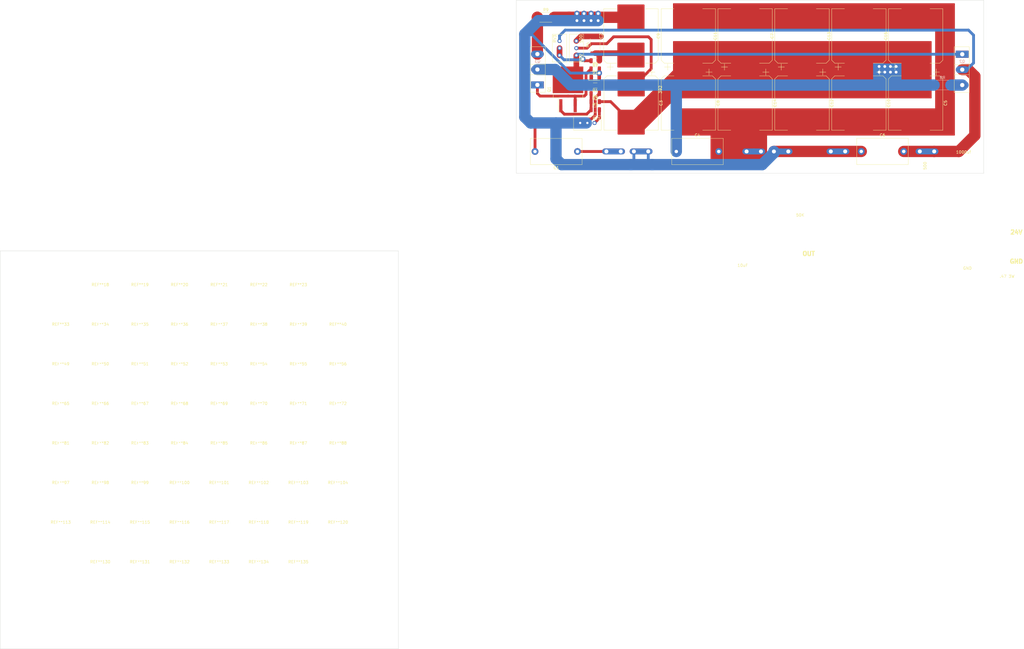
<source format=kicad_pcb>
(kicad_pcb (version 20211014) (generator pcbnew)
  (layers (0 "F.Cu" signal) (31 "B.Cu" signal) (34 "B.Paste" user) (35 "F.Paste" user) (36 "B.SilkS" user "B.Silkscreen") (37 "F.SilkS" user "F.Silkscreen") (38 "B.Mask" user) (39 "F.Mask" user) (44 "Edge.Cuts" user))
  (net 0 "")
  (net 1 "Net-(C1-Pad1)")
  (net 2 "Net-(C1-Pad2)")
  (net 3 "Net-(C2-Pad1)")
  (net 4 "GND")
  (net 5 "Net-(C3-Pad1)")
  (net 6 "Net-(C6-Pad2)")
  (net 7 "Net-(D1-Pad1)")
  (net 8 "Net-(Q1-Pad1)")
  (net 9 "Net-(Q1-Pad2)")
  (net 10 "Net-(Q1-Pad3)")
  (net 11 "Net-(Q2-Pad3)")
  (net 12 "Net-(Q3-Pad3)")
  (net 13 "Net-(R3-Pad2)")
  (net 14 "Net-(R4-Pad2)")
  (net 15 "Net-(R7-Pad2)")
  (net 16 "1")
  (net 17 "2")
  (footprint "MountingHole:MountingHole_8.4mm_M8" (layer "F.Cu") (at -83 175.16)
    (fp_text reference "REF**69" (at 0 -9.4) (layer "F.SilkS"))
    (fp_text value "MountingHole_8.4mm_M8")
    (pad "" np_thru_hole circle locked (at 0 0) (size 8.4 8.4) (drill 8.4) (layers *.Cu *.Mask))
  )
  (footprint "MountingHole:MountingHole_8.4mm_M8" (layer "F.Cu") (at -41 161.16)
    (fp_text reference "REF**56" (at 0 -9.4) (layer "F.SilkS"))
    (fp_text value "MountingHole_8.4mm_M8")
    (pad "" np_thru_hole circle locked (at 0 0) (size 8.4 8.4) (drill 8.4) (layers *.Cu *.Mask))
  )
  (footprint "Resistor_SMD:R_2512_6332Metric" (layer "F.Cu") (at 32.45 29.175051)
    (fp_text reference "R9" (at 0 -2.62) (layer "F.SilkS"))
    (fp_text value ".47 3W")
    (pad "1" smd roundrect locked (at -2.9625 0) (size 1.225 3.35) (layers "F.Cu" "F.Paste" "F.Mask") (roundrect_rratio 0.204082) (net 12 "Net-(Q3-Pad3)"))
    (pad "2" smd roundrect locked (at 2.9625 0) (size 1.225 3.35) (layers "F.Cu" "F.Paste" "F.Mask") (roundrect_rratio 0.204082) (net 4 "GND"))
  )
  (footprint "MountingHole:MountingHole_8.4mm_M8" (layer "F.Cu") (at -139 175.16)
    (fp_text reference "REF**65" (at 0 -9.4) (layer "F.SilkS"))
    (fp_text value "MountingHole_8.4mm_M8")
    (pad "" np_thru_hole circle locked (at 0 0) (size 8.4 8.4) (drill 8.4) (layers *.Cu *.Mask))
  )
  (footprint "MountingHole:MountingHole_8.4mm_M8" (layer "F.Cu") (at -139 189.16)
    (fp_text reference "REF**81" (at 0 -9.4) (layer "F.SilkS"))
    (fp_text value "MountingHole_8.4mm_M8")
    (pad "" np_thru_hole circle locked (at 0 0) (size 8.4 8.4) (drill 8.4) (layers *.Cu *.Mask))
  )
  (footprint "MountingHole:MountingHole_8.4mm_M8" (layer "F.Cu") (at -83 189.16)
    (fp_text reference "REF**85" (at 0 -9.4) (layer "F.SilkS"))
    (fp_text value "MountingHole_8.4mm_M8")
    (pad "" np_thru_hole circle locked (at 0 0) (size 8.4 8.4) (drill 8.4) (layers *.Cu *.Mask))
  )
  (footprint "MountingHole:MountingHole_8.4mm_M8" (layer "F.Cu") (at -111 161.16)
    (fp_text reference "REF**51" (at 0 -9.4) (layer "F.SilkS"))
    (fp_text value "MountingHole_8.4mm_M8")
    (pad "" np_thru_hole circle locked (at 0 0) (size 8.4 8.4) (drill 8.4) (layers *.Cu *.Mask))
  )
  (footprint "Capacitor_SMD:CP_Elec_18x22" (layer "F.Cu") (at 163.16 59.518375 -90)
    (fp_text reference "C5" (at 0 -10.55 90) (layer "F.SilkS"))
    (fp_text value "22000uf")
    (pad "1" smd roundrect locked (at -6.75 0 270) (size 8.8 9.6) (layers "F.Cu" "F.Paste" "F.Mask") (roundrect_rratio 0.028409) (net 16 "1"))
    (pad "2" smd roundrect locked (at 6.75 0 270) (size 8.8 9.6) (layers "F.Cu" "F.Paste" "F.Mask") (roundrect_rratio 0.028409) (net 17 "2"))
  )
  (footprint "MountingHole:MountingHole_8.4mm_M8" (layer "F.Cu") (at -69 189.16)
    (fp_text reference "REF**86" (at 0 -9.4) (layer "F.SilkS"))
    (fp_text value "MountingHole_8.4mm_M8")
    (pad "" np_thru_hole circle locked (at 0 0) (size 8.4 8.4) (drill 8.4) (layers *.Cu *.Mask))
  )
  (footprint "MountingHole:MountingHole_8.4mm_M8" (layer "F.Cu") (at -83 133.16)
    (fp_text reference "REF**21" (at 0 -9.4) (layer "F.SilkS"))
    (fp_text value "MountingHole_8.4mm_M8")
    (pad "" np_thru_hole circle locked (at 0 0) (size 8.4 8.4) (drill 8.4) (layers *.Cu *.Mask))
  )
  (footprint "MountingHole:MountingHole_8.4mm_M8" (layer "F.Cu") (at -139 161.16)
    (fp_text reference "REF**49" (at 0 -9.4) (layer "F.SilkS"))
    (fp_text value "MountingHole_8.4mm_M8")
    (pad "" np_thru_hole circle locked (at 0 0) (size 8.4 8.4) (drill 8.4) (layers *.Cu *.Mask))
  )
  (footprint "MountingHole:MountingHole_8.4mm_M8" (layer "F.Cu") (at -97 203.16)
    (fp_text reference "REF**100" (at 0 -9.4) (layer "F.SilkS"))
    (fp_text value "MountingHole_8.4mm_M8")
    (pad "" np_thru_hole circle locked (at 0 0) (size 8.4 8.4) (drill 8.4) (layers *.Cu *.Mask))
  )
  (footprint "MountingHole:MountingHole_8.4mm_M8" (layer "F.Cu") (at -55 231.16)
    (fp_text reference "REF**135" (at 0 -9.4) (layer "F.SilkS"))
    (fp_text value "MountingHole_8.4mm_M8")
    (pad "" np_thru_hole circle locked (at 0 0) (size 8.4 8.4) (drill 8.4) (layers *.Cu *.Mask))
  )
  (footprint "MountingHole:MountingHole_8.4mm_M8" (layer "F.Cu") (at -111 217.16)
    (fp_text reference "REF**115" (at 0 -9.4) (layer "F.SilkS"))
    (fp_text value "MountingHole_8.4mm_M8")
    (pad "" np_thru_hole circle locked (at 0 0) (size 8.4 8.4) (drill 8.4) (layers *.Cu *.Mask))
  )
  (footprint "MountingHole:MountingHole_8.4mm_M8" (layer "F.Cu") (at -125 189.16)
    (fp_text reference "REF**82" (at 0 -9.4) (layer "F.SilkS"))
    (fp_text value "MountingHole_8.4mm_M8")
    (pad "" np_thru_hole circle locked (at 0 0) (size 8.4 8.4) (drill 8.4) (layers *.Cu *.Mask))
  )
  (footprint "MountingHole:MountingHole_8.4mm_M8" (layer "F.Cu") (at -55 161.16)
    (fp_text reference "REF**55" (at 0 -9.4) (layer "F.SilkS"))
    (fp_text value "MountingHole_8.4mm_M8")
    (pad "" np_thru_hole circle locked (at 0 0) (size 8.4 8.4) (drill 8.4) (layers *.Cu *.Mask))
  )
  (footprint "MountingHole:MountingHole_8.4mm_M8" (layer "F.Cu") (at -41 175.16)
    (fp_text reference "REF**72" (at 0 -9.4) (layer "F.SilkS"))
    (fp_text value "MountingHole_8.4mm_M8")
    (pad "" np_thru_hole circle locked (at 0 0) (size 8.4 8.4) (drill 8.4) (layers *.Cu *.Mask))
  )
  (footprint "MountingHole:MountingHole_8.4mm_M8" (layer "F.Cu") (at -125 133.16)
    (fp_text reference "REF**18" (at 0 -9.4) (layer "F.SilkS"))
    (fp_text value "MountingHole_8.4mm_M8")
    (pad "" np_thru_hole circle locked (at 0 0) (size 8.4 8.4) (drill 8.4) (layers *.Cu *.Mask))
  )
  (footprint "Package_TO_SOT_THT:TO-247-3_Vertical" (layer "F.Cu") (at 179.625987 42.2425 -90)
    (fp_text reference "Q2" hide)
    (fp_text value "IRF244")
    (fp_text user "${REFERENCE}" (at 2.56 0.024553 180) (layer "B.SilkS") (effects (justify mirror)))
    (pad "1" thru_hole rect locked (at 0 0 270) (size 2.5 4.5) (drill 1.5) (layers *.Cu *.Mask) (net 9 "Net-(Q1-Pad2)"))
    (pad "2" thru_hole oval locked (at 5.45 0 270) (size 2.5 4.5) (drill 1.5) (layers *.Cu *.Mask) (net 6 "Net-(C6-Pad2)"))
    (pad "3" thru_hole oval locked (at 10.9 0 270) (size 2.5 4.5) (drill 1.5) (layers *.Cu *.Mask) (net 11 "Net-(Q2-Pad3)"))
  )
  (footprint "MountingHole:MountingHole_8.4mm_M8" (layer "F.Cu") (at -55 133.16)
    (fp_text reference "REF**23" (at 0 -9.4) (layer "F.SilkS"))
    (fp_text value "MountingHole_8.4mm_M8")
    (pad "" np_thru_hole circle locked (at 0 0) (size 8.4 8.4) (drill 8.4) (layers *.Cu *.Mask))
  )
  (footprint "Capacitor_THT:C_Rect_L18.0mm_W9.0mm_P15.00mm_FKS3_FKP3" (layer "F.Cu") (at 143.93875 76.6125)
    (fp_text reference "C6" (at 7.5 -5.75) (layer "F.SilkS"))
    (fp_text value "10uF")
    (pad "1" thru_hole circle locked (at 0 0) (size 2.4 2.4) (drill 1.2) (layers *.Cu *.Mask) (net 4 "GND"))
    (pad "2" thru_hole circle locked (at 15 0) (size 2.4 2.4) (drill 1.2) (layers *.Cu *.Mask) (net 6 "Net-(C6-Pad2)"))
  )
  (footprint "MountingHole:MountingHole_8.4mm_M8" (layer "F.Cu") (at -111 231.16)
    (fp_text reference "REF**131" (at 0 -9.4) (layer "F.SilkS"))
    (fp_text value "MountingHole_8.4mm_M8")
    (pad "" np_thru_hole circle locked (at 0 0) (size 8.4 8.4) (drill 8.4) (layers *.Cu *.Mask))
  )
  (footprint "Capacitor_SMD:CP_Elec_18x22" (layer "F.Cu") (at 62.54 35.79 90)
    (fp_text reference "C2" (at 0 -10.55 90) (layer "F.SilkS"))
    (fp_text value "1000uf")
    (pad "1" smd roundrect locked (at -6.75 0 90) (size 8.8 9.6) (layers "F.Cu" "F.Paste" "F.Mask") (roundrect_rratio 0.028409) (net 3 "Net-(C2-Pad1)"))
    (pad "2" smd roundrect locked (at 6.75 0 90) (size 8.8 9.6) (layers "F.Cu" "F.Paste" "F.Mask") (roundrect_rratio 0.028409) (net 4 "GND"))
  )
  (footprint "MountingHole:MountingHole_8.4mm_M8" (layer "F.Cu") (at -97 147.16)
    (fp_text reference "REF**36" (at 0 -9.4) (layer "F.SilkS"))
    (fp_text value "MountingHole_8.4mm_M8")
    (pad "" np_thru_hole circle locked (at 0 0) (size 8.4 8.4) (drill 8.4) (layers *.Cu *.Mask))
  )
  (footprint "MountingHole:MountingHole_8.4mm_M8" (layer "F.Cu") (at -83 231.16)
    (fp_text reference "REF**133" (at 0 -9.4) (layer "F.SilkS"))
    (fp_text value "MountingHole_8.4mm_M8")
    (pad "" np_thru_hole circle locked (at 0 0) (size 8.4 8.4) (drill 8.4) (layers *.Cu *.Mask))
  )
  (footprint "MountingHole:MountingHole_8.4mm_M8" (layer "F.Cu") (at -111 133.16)
    (fp_text reference "REF**19" (at 0 -9.4) (layer "F.SilkS"))
    (fp_text value "MountingHole_8.4mm_M8")
    (pad "" np_thru_hole circle locked (at 0 0) (size 8.4 8.4) (drill 8.4) (layers *.Cu *.Mask))
  )
  (footprint "MountingHole:MountingHole_8.4mm_M8" (layer "F.Cu") (at -125 203.16)
    (fp_text reference "REF**98" (at 0 -9.4) (layer "F.SilkS"))
    (fp_text value "MountingHole_8.4mm_M8")
    (pad "" np_thru_hole circle locked (at 0 0) (size 8.4 8.4) (drill 8.4) (layers *.Cu *.Mask))
  )
  (footprint "Capacitor_SMD:CP_Elec_18x22" (layer "F.Cu") (at 82.82 35.78 90)
    (fp_text reference "C9" (at 0 -10.55 90) (layer "F.SilkS"))
    (fp_text value "22000uf")
    (pad "1" smd roundrect locked (at -6.75 0 90) (size 8.8 9.6) (layers "F.Cu" "F.Paste" "F.Mask") (roundrect_rratio 0.028409) (net 16 "1"))
    (pad "2" smd roundrect locked (at 6.75 0 90) (size 8.8 9.6) (layers "F.Cu" "F.Paste" "F.Mask") (roundrect_rratio 0.028409) (net 17 "2"))
  )
  (footprint "Custom Library:Spade Conector 6.3mm TE_1217861" (layer "F.Cu") (at 115.605792 76.63 180)
    (fp_text reference "J5" hide)
    (fp_text value "GND" hide)
    (pad "1" thru_hole oval (at -2.54 0 180) (size 5 2.1) (drill 1.4 (offset 1 0)) (layers *.Cu *.Mask) (net 4 "GND"))
    (pad "1" thru_hole oval (at 2.54 0 180) (size 5 2.1) (drill 1.4 (offset -1 0)) (layers *.Cu *.Mask) (net 4 "GND"))
  )
  (footprint "MountingHole:MountingHole_8.4mm_M8" (layer "F.Cu") (at -41 147.16)
    (fp_text reference "REF**40" (at 0 -9.4) (layer "F.SilkS"))
    (fp_text value "MountingHole_8.4mm_M8")
    (pad "" np_thru_hole circle locked (at 0 0) (size 8.4 8.4) (drill 8.4) (layers *.Cu *.Mask))
  )
  (footprint "MountingHole:MountingHole_8.4mm_M8" (layer "F.Cu") (at -55 217.16)
    (fp_text reference "REF**119" (at 0 -9.4) (layer "F.SilkS"))
    (fp_text value "MountingHole_8.4mm_M8")
    (pad "" np_thru_hole circle locked (at 0 0) (size 8.4 8.4) (drill 8.4) (layers *.Cu *.Mask))
  )
  (footprint "Capacitor_THT:C_Rect_L18.0mm_W9.0mm_P15.00mm_FKS3_FKP3" (layer "F.Cu") (at 43.643969 76.64 180)
    (fp_text reference "C1" (at 7.5 -5.75) (layer "F.SilkS"))
    (fp_text value "10uF")
    (pad "1" thru_hole circle locked (at 0 0 180) (size 2.4 2.4) (drill 1.2) (layers *.Cu *.Mask) (net 1 "Net-(C1-Pad1)"))
    (pad "2" thru_hole circle locked (at 15 0 180) (size 2.4 2.4) (drill 1.2) (layers *.Cu *.Mask) (net 2 "Net-(C1-Pad2)"))
  )
  (footprint "MountingHole:MountingHole_8.4mm_M8" (layer "F.Cu") (at -139 147.16)
    (fp_text reference "REF**33" (at 0 -9.4) (layer "F.SilkS"))
    (fp_text value "MountingHole_8.4mm_M8")
    (pad "" np_thru_hole circle locked (at 0 0) (size 8.4 8.4) (drill 8.4) (layers *.Cu *.Mask))
  )
  (footprint "MountingHole:MountingHole_8.4mm_M8" (layer "F.Cu") (at -83 147.16)
    (fp_text reference "REF**37" (at 0 -9.4) (layer "F.SilkS"))
    (fp_text value "MountingHole_8.4mm_M8")
    (pad "" np_thru_hole circle locked (at 0 0) (size 8.4 8.4) (drill 8.4) (layers *.Cu *.Mask))
  )
  (footprint "Custom Library:Spade Conector 6.3mm TE_1217861" (layer "F.Cu") (at 56.401206 76.62 180)
    (fp_text reference "J1" hide)
    (fp_text value "IN" hide)
    (pad "1" thru_hole oval (at 2.54 0 180) (size 5 2.1) (drill 1.4 (offset -1 0)) (layers *.Cu *.Mask) (net 1 "Net-(C1-Pad1)"))
    (pad "1" thru_hole oval (at -2.54 0 180) (size 5 2.1) (drill 1.4 (offset 1 0)) (layers *.Cu *.Mask) (net 1 "Net-(C1-Pad1)"))
  )
  (footprint "MountingHole:MountingHole_8.4mm_M8" (layer "F.Cu") (at -125 231.16)
    (fp_text reference "REF**130" (at 0 -9.4) (layer "F.SilkS"))
    (fp_text value "MountingHole_8.4mm_M8")
    (pad "" np_thru_hole circle locked (at 0 0) (size 8.4 8.4) (drill 8.4) (layers *.Cu *.Mask))
  )
  (footprint "MountingHole:MountingHole_8.4mm_M8" (layer "F.Cu") (at -41 189.16)
    (fp_text reference "REF**88" (at 0 -9.4) (layer "F.SilkS"))
    (fp_text value "MountingHole_8.4mm_M8")
    (pad "" np_thru_hole circle locked (at 0 0) (size 8.4 8.4) (drill 8.4) (layers *.Cu *.Mask))
  )
  (footprint "MountingHole:MountingHole_8.4mm_M8" (layer "F.Cu") (at -55 175.16)
    (fp_text reference "REF**71" (at 0 -9.4) (layer "F.SilkS"))
    (fp_text value "MountingHole_8.4mm_M8")
    (pad "" np_thru_hole circle locked (at 0 0) (size 8.4 8.4) (drill 8.4) (layers *.Cu *.Mask))
  )
  (footprint "Package_TO_SOT_SMD:TO-263-2" (layer "F.Cu") (at 40.299083 54.67 90)
    (fp_text reference "Q1" (at 0 -6.65 90) (layer "F.SilkS"))
    (fp_text value "IRF610")
    (pad "1" smd rect locked (at -5.775 -2.54 90) (size 4.6 1.1) (layers "F.Cu" "F.Paste" "F.Mask") (net 8 "Net-(Q1-Pad1)"))
    (pad "2" smd rect locked (at 3.375 0 90) (size 9.4 10.8) (layers "F.Cu" "F.Mask") (net 9 "Net-(Q1-Pad2)"))
    (pad "3" smd rect locked (at -5.775 2.54 90) (size 4.6 1.1) (layers "F.Cu" "F.Paste" "F.Mask") (net 10 "Net-(Q1-Pad3)"))
  )
  (footprint "MountingHole:MountingHole_8.4mm_M8" (layer "F.Cu") (at -41 203.16)
    (fp_text reference "REF**104" (at 0 -9.4) (layer "F.SilkS"))
    (fp_text value "MountingHole_8.4mm_M8")
    (pad "" np_thru_hole circle locked (at 0 0) (size 8.4 8.4) (drill 8.4) (layers *.Cu *.Mask))
  )
  (footprint "Resistor_SMD:R_2512_6332Metric" (layer "F.Cu") (at 49.91 38.91 90)
    (fp_text reference "R4" (at 0 -2.62 90) (layer "F.SilkS"))
    (fp_text value "220 3W")
    (pad "1" smd roundrect locked (at -2.9625 0 90) (size 1.225 3.35) (layers "F.Cu" "F.Paste" "F.Mask") (roundrect_rratio 0.204082) (net 3 "Net-(C2-Pad1)"))
    (pad "2" smd roundrect locked (at 2.9625 0 90) (size 1.225 3.35) (layers "F.Cu" "F.Paste" "F.Mask") (roundrect_rratio 0.204082) (net 14 "Net-(R4-Pad2)"))
  )
  (footprint "Resistor_SMD:R_1206_3216Metric" (layer "F.Cu") (at 49.91 44.53806 180)
    (fp_text reference "R7" (at 0 -1.82) (layer "F.SilkS"))
    (fp_text value "221")
    (pad "1" smd roundrect locked (at -1.4625 0 180) (size 1.125 1.75) (layers "F.Cu" "F.Paste" "F.Mask") (roundrect_rratio 0.222222) (net 3 "Net-(C2-Pad1)"))
    (pad "2" smd roundrect locked (at 1.4625 0 180) (size 1.125 1.75) (layers "F.Cu" "F.Paste" "F.Mask") (roundrect_rratio 0.222222) (net 15 "Net-(R7-Pad2)"))
  )
  (footprint "MountingHole:MountingHole_8.4mm_M8" (layer "F.Cu") (at -83 203.16)
    (fp_text reference "REF**101" (at 0 -9.4) (layer "F.SilkS"))
    (fp_text value "MountingHole_8.4mm_M8")
    (pad "" np_thru_hole circle locked (at 0 0) (size 8.4 8.4) (drill 8.4) (layers *.Cu *.Mask))
  )
  (footprint "MountingHole:MountingHole_8.4mm_M8" (layer "F.Cu") (at -125 147.16)
    (fp_text reference "REF**34" (at 0 -9.4) (layer "F.SilkS"))
    (fp_text value "MountingHole_8.4mm_M8")
    (pad "" np_thru_hole circle locked (at 0 0) (size 8.4 8.4) (drill 8.4) (layers *.Cu *.Mask))
  )
  (footprint "Custom Library:Spade Conector 6.3mm TE_1217861" (layer "F.Cu") (at 135.71 76.6125 180)
    (fp_text reference "J5" hide)
    (fp_text value "GND" hide)
    (pad "1" thru_hole oval (at 2.54 0 180) (size 5 2.1) (drill 1.4 (offset -1 0)) (layers *.Cu *.Mask) (net 4 "GND"))
    (pad "1" thru_hole oval (at -2.54 0 180) (size 5 2.1) (drill 1.4 (offset 1 0)) (layers *.Cu *.Mask) (net 4 "GND"))
  )
  (footprint "Capacitor_SMD:CP_Elec_18x22" (layer "F.Cu") (at 163.16 35.78 90)
    (fp_text reference "C15" (at 0 -10.55 90) (layer "F.SilkS"))
    (fp_text value "22000uf")
    (pad "1" smd roundrect locked (at -6.75 0 90) (size 8.8 9.6) (layers "F.Cu" "F.Paste" "F.Mask") (roundrect_rratio 0.028409) (net 16 "1"))
    (pad "2" smd roundrect locked (at 6.75 0 90) (size 8.8 9.6) (layers "F.Cu" "F.Paste" "F.Mask") (roundrect_rratio 0.028409) (net 17 "2"))
  )
  (footprint "MountingHole:MountingHole_8.4mm_M8" (layer "F.Cu") (at -97 231.16)
    (fp_text reference "REF**132" (at 0 -9.4) (layer "F.SilkS"))
    (fp_text value "MountingHole_8.4mm_M8")
    (pad "" np_thru_hole circle locked (at 0 0) (size 8.4 8.4) (drill 8.4) (layers *.Cu *.Mask))
  )
  (footprint "MountingHole:MountingHole_8.4mm_M8" (layer "F.Cu") (at -69 161.16)
    (fp_text reference "REF**54" (at 0 -9.4) (layer "F.SilkS"))
    (fp_text value "MountingHole_8.4mm_M8")
    (pad "" np_thru_hole circle locked (at 0 0) (size 8.4 8.4) (drill 8.4) (layers *.Cu *.Mask))
  )
  (footprint "Custom Library:Spade Conector 6.3mm TE_1217861" (layer "F.Cu") (at 167.1675 76.6125)
    (fp_text reference "J2" hide)
    (fp_text value "+40V" hide)
    (pad "1" thru_hole oval (at -2.54 0) (size 5 2.1) (drill 1.4 (offset 1 0)) (layers *.Cu *.Mask) (net 6 "Net-(C6-Pad2)"))
    (pad "1" thru_hole oval (at 2.54 0) (size 5 2.1) (drill 1.4 (offset -1 0)) (layers *.Cu *.Mask) (net 6 "Net-(C6-Pad2)"))
  )
  (footprint "Resistor_SMD:R_1206_3216Metric" (layer "F.Cu") (at 49.92 61.87)
    (fp_text reference "R3" (at 0 -1.82) (layer "F.SilkS"))
    (fp_text value "392")
    (pad "1" smd roundrect locked (at -1.4625 0) (size 1.125 1.75) (layers "F.Cu" "F.Paste" "F.Mask") (roundrect_rratio 0.222222) (net 8 "Net-(Q1-Pad1)"))
    (pad "2" smd roundrect locked (at 1.4625 0) (size 1.125 1.75) (layers "F.Cu" "F.Paste" "F.Mask") (roundrect_rratio 0.222222) (net 13 "Net-(R3-Pad2)"))
  )
  (footprint "MountingHole:MountingHole_8.4mm_M8" (layer "F.Cu") (at -41 217.16)
    (fp_text reference "REF**120" (at 0 -9.4) (layer "F.SilkS"))
    (fp_text value "MountingHole_8.4mm_M8")
    (pad "" np_thru_hole circle locked (at 0 0) (size 8.4 8.4) (drill 8.4) (layers *.Cu *.Mask))
  )
  (footprint "MountingHole:MountingHole_8.4mm_M8" (layer "F.Cu") (at -111 175.16)
    (fp_text reference "REF**67" (at 0 -9.4) (layer "F.SilkS"))
    (fp_text value "MountingHole_8.4mm_M8")
    (pad "" np_thru_hole circle locked (at 0 0) (size 8.4 8.4) (drill 8.4) (layers *.Cu *.Mask))
  )
  (footprint "Capacitor_SMD:CP_Elec_18x22" (layer "F.Cu") (at 143.075 35.78 90)
    (fp_text reference "C13" (at 0 -10.55 90) (layer "F.SilkS"))
    (fp_text value "22000uf")
    (pad "1" smd roundrect locked (at -6.75 0 90) (size 8.8 9.6) (layers "F.Cu" "F.Paste" "F.Mask") (roundrect_rratio 0.028409) (net 16 "1"))
    (pad "2" smd roundrect locked (at 6.75 0 90) (size 8.8 9.6) (layers "F.Cu" "F.Paste" "F.Mask") (roundrect_rratio 0.028409) (net 17 "2"))
  )
  (footprint "MountingHole:MountingHole_8.4mm_M8" (layer "F.Cu") (at -69 175.16)
    (fp_text reference "REF**70" (at 0 -9.4) (layer "F.SilkS"))
    (fp_text value "MountingHole_8.4mm_M8")
    (pad "" np_thru_hole circle locked (at 0 0) (size 8.4 8.4) (drill 8.4) (layers *.Cu *.Mask))
  )
  (footprint "MountingHole:MountingHole_8.4mm_M8" (layer "F.Cu") (at -97 175.16)
    (fp_text reference "REF**68" (at 0 -9.4) (layer "F.SilkS"))
    (fp_text value "MountingHole_8.4mm_M8")
    (pad "" np_thru_hole circle locked (at 0 0) (size 8.4 8.4) (drill 8.4) (layers *.Cu *.Mask))
  )
  (footprint "Potentiometer_THT:Potentiometer_Bourns_3296W_Vertical" (layer "F.Cu") (at 37.310005 37.55 90)
    (fp_text reference "RV3" (at 0.78 -1.693084 90) (layer "F.SilkS"))
    (fp_text value "500")
    (pad "1" thru_hole circle locked (at 0 0 90) (size 1.44 1.44) (drill 0.8) (layers *.Cu *.Mask) (net 6 "Net-(C6-Pad2)"))
    (pad "2" thru_hole circle locked (at -2.54 0 90) (size 1.44 1.44) (drill 0.8) (layers *.Cu *.Mask) (net 15 "Net-(R7-Pad2)"))
    (pad "3" thru_hole circle locked (at -5.08 0 90) (size 1.44 1.44) (drill 0.8) (layers *.Cu *.Mask) (net 15 "Net-(R7-Pad2)"))
  )
  (footprint "Capacitor_SMD:CP_Elec_18x22" (layer "F.Cu") (at 122.99 35.78 90)
    (fp_text reference "C7" (at 0 -10.55 90) (layer "F.SilkS"))
    (fp_text value "22000uf")
    (pad "1" smd roundrect locked (at -6.75 0 90) (size 8.8 9.6) (layers "F.Cu" "F.Paste" "F.Mask") (roundrect_rratio 0.028409) (net 16 "1"))
    (pad "2" smd roundrect locked (at 6.75 0 90) (size 8.8 9.6) (layers "F.Cu" "F.Paste" "F.Mask") (roundrect_rratio 0.028409) (net 17 "2"))
  )
  (footprint "Resistor_SMD:R_1206_3216Metric" (layer "F.Cu") (at 49.91 53.29 180)
    (fp_text reference "R1" (at 0 -1.82) (layer "F.SilkS"))
    (fp_text value "221")
    (pad "1" smd roundrect locked (at -1.4625 0 180) (size 1.125 1.75) (layers "F.Cu" "F.Paste" "F.Mask") (roundrect_rratio 0.222222) (net 2 "Net-(C1-Pad2)"))
    (pad "2" smd roundrect locked (at 1.4625 0 180) (size 1.125 1.75) (layers "F.Cu" "F.Paste" "F.Mask") (roundrect_rratio 0.222222) (net 7 "Net-(D1-Pad1)"))
  )
  (footprint "MountingHole:MountingHole_8.4mm_M8" (layer "F.Cu") (at -111 203.16)
    (fp_text reference "REF**99" (at 0 -9.4) (layer "F.SilkS"))
    (fp_text value "MountingHole_8.4mm_M8")
    (pad "" np_thru_hole circle locked (at 0 0) (size 8.4 8.4) (drill 8.4) (layers *.Cu *.Mask))
  )
  (footprint "MountingHole:MountingHole_8.4mm_M8" (layer "F.Cu") (at -111 189.16)
    (fp_text reference "REF**83" (at 0 -9.4) (layer "F.SilkS"))
    (fp_text value "MountingHole_8.4mm_M8")
    (pad "" np_thru_hole circle locked (at 0 0) (size 8.4 8.4) (drill 8.4) (layers *.Cu *.Mask))
  )
  (footprint "Capacitor_THT:C_Rect_L18.0mm_W9.0mm_P15.00mm_FKS3_FKP3" (layer "F.Cu") (at 78.571307 76.64)
    (fp_text reference "C4" (at 7.5 -5.75) (layer "F.SilkS"))
    (fp_text value "10uF")
    (pad "1" thru_hole circle locked (at 0 0) (size 2.4 2.4) (drill 1.2) (layers *.Cu *.Mask) (net 16 "1"))
    (pad "2" thru_hole circle locked (at 15 0) (size 2.4 2.4) (drill 1.2) (layers *.Cu *.Mask) (net 17 "2"))
  )
  (footprint "MountingHole:MountingHole_8.4mm_M8" (layer "F.Cu") (at -125 175.16)
    (fp_text reference "REF**66" (at 0 -9.4) (layer "F.SilkS"))
    (fp_text value "MountingHole_8.4mm_M8")
    (pad "" np_thru_hole circle locked (at 0 0) (size 8.4 8.4) (drill 8.4) (layers *.Cu *.Mask))
  )
  (footprint "MountingHole:MountingHole_8.4mm_M8" (layer "F.Cu") (at -139 203.16)
    (fp_text reference "REF**97" (at 0 -9.4) (layer "F.SilkS"))
    (fp_text value "MountingHole_8.4mm_M8")
    (pad "" np_thru_hole circle locked (at 0 0) (size 8.4 8.4) (drill 8.4) (layers *.Cu *.Mask))
  )
  (footprint "MountingHole:MountingHole_8.4mm_M8" (layer "F.Cu") (at -83 217.16)
    (fp_text reference "REF**117" (at 0 -9.4) (layer "F.SilkS"))
    (fp_text value "MountingHole_8.4mm_M8")
    (pad "" np_thru_hole circle locked (at 0 0) (size 8.4 8.4) (drill 8.4) (layers *.Cu *.Mask))
  )
  (footprint "Capacitor_SMD:CP_Elec_18x22" (layer "F.Cu") (at 62.62 59.51 -90)
    (fp_text reference "C3" (at 0 -10.55 90) (layer "F.SilkS"))
    (fp_text value "1000uf")
    (pad "1" smd roundrect locked (at -6.75 0 270) (size 8.8 9.6) (layers "F.Cu" "F.Paste" "F.Mask") (roundrect_rratio 0.028409) (net 5 "Net-(C3-Pad1)"))
    (pad "2" smd roundrect locked (at 6.75 0 270) (size 8.8 9.6) (layers "F.Cu" "F.Paste" "F.Mask") (roundrect_rratio 0.028409) (net 16 "1"))
  )
  (footprint "MountingHole:MountingHole_8.4mm_M8" (layer "F.Cu") (at -69 203.16)
    (fp_text reference "REF**102" (at 0 -9.4) (layer "F.SilkS"))
    (fp_text value "MountingHole_8.4mm_M8")
    (pad "" np_thru_hole circle locked (at 0 0) (size 8.4 8.4) (drill 8.4) (layers *.Cu *.Mask))
  )
  (footprint "Diode_SMD:D_1206_3216Metric" (layer "F.Cu") (at 49.93 50.35602)
    (fp_text reference "D1" (at 0 -1.82) (layer "F.SilkS"))
    (fp_text value "21V")
    (pad "1" smd roundrect locked (at -1.4 0) (size 1.25 1.75) (layers "F.Cu" "F.Paste" "F.Mask") (roundrect_rratio 0.2) (net 7 "Net-(D1-Pad1)"))
    (pad "2" smd roundrect locked (at 1.4 0) (size 1.25 1.75) (layers "F.Cu" "F.Paste" "F.Mask") (roundrect_rratio 0.2) (net 4 "GND"))
  )
  (footprint "MountingHole:MountingHole_8.4mm_M8" (layer "F.Cu") (at -55 147.16)
    (fp_text reference "REF**39" (at 0 -9.4) (layer "F.SilkS"))
    (fp_text value "MountingHole_8.4mm_M8")
    (pad "" np_thru_hole circle locked (at 0 0) (size 8.4 8.4) (drill 8.4) (layers *.Cu *.Mask))
  )
  (footprint "MountingHole:MountingHole_8.4mm_M8" (layer "F.Cu") (at -55 189.16)
    (fp_text reference "REF**87" (at 0 -9.4) (layer "F.SilkS"))
    (fp_text value "MountingHole_8.4mm_M8")
    (pad "" np_thru_hole circle locked (at 0 0) (size 8.4 8.4) (drill 8.4) (layers *.Cu *.Mask))
  )
  (footprint "MountingHole:MountingHole_8.4mm_M8" (layer "F.Cu") (at -97 217.16)
    (fp_text reference "REF**116" (at 0 -9.4) (layer "F.SilkS"))
    (fp_text value "MountingHole_8.4mm_M8")
    (pad "" np_thru_hole circle locked (at 0 0) (size 8.4 8.4) (drill 8.4) (layers *.Cu *.Mask))
  )
  (footprint "Capacitor_SMD:CP_Elec_18x22" (layer "F.Cu") (at 143.075 59.518375 -90)
    (fp_text reference "C10" (at 0 -10.55 90) (layer "F.SilkS"))
    (fp_text value "22000uf")
    (pad "1" smd roundrect locked (at -6.75 0 270) (size 8.8 9.6) (layers "F.Cu" "F.Paste" "F.Mask") (roundrect_rratio 0.028409) (net 16 "1"))
    (pad "2" smd roundrect locked (at 6.75 0 270) (size 8.8 9.6) (layers "F.Cu" "F.Paste" "F.Mask") (roundrect_rratio 0.028409) (net 17 "2"))
  )
  (footprint "Capacitor_SMD:CP_Elec_18x22" (layer "F.Cu") (at 122.99 59.518375 -90)
    (fp_text reference "C12" (at 0 -10.55 90) (layer "F.SilkS"))
    (fp_text value "22000uf")
    (pad "1" smd roundrect locked (at -6.75 0 270) (size 8.8 9.6) (layers "F.Cu" "F.Paste" "F.Mask") (roundrect_rratio 0.028409) (net 16 "1"))
    (pad "2" smd roundrect locked (at 6.75 0 270) (size 8.8 9.6) (layers "F.Cu" "F.Paste" "F.Mask") (roundrect_rratio 0.028409) (net 17 "2"))
  )
  (footprint "Resistor_SMD:R_1206_3216Metric" (layer "F.Cu") (at 49.92 59.01)
    (fp_text reference "R6" (at 0 -1.82) (layer "F.SilkS"))
    (fp_text value "100K")
    (pad "1" smd roundrect locked (at -1.4625 0) (size 1.125 1.75) (layers "F.Cu" "F.Paste" "F.Mask") (roundrect_rratio 0.222222) (net 8 "Net-(Q1-Pad1)"))
    (pad "2" smd roundrect locked (at 1.4625 0) (size 1.125 1.75) (layers "F.Cu" "F.Paste" "F.Mask") (roundrect_rratio 0.222222) (net 16 "1"))
  )
  (footprint "Resistor_SMD:R_1206_3216Metric" (layer "F.Cu") (at 49.92 56.15 180)
    (fp_text reference "R2" (at 0 -1.82) (layer "F.SilkS"))
    (fp_text value "10K")
    (pad "1" smd roundrect locked (at -1.4625 0 180) (size 1.125 1.75) (layers "F.Cu" "F.Paste" "F.Mask") (roundrect_rratio 0.222222) (net 2 "Net-(C1-Pad2)"))
    (pad "2" smd roundrect locked (at 1.4625 0 180) (size 1.125 1.75) (layers "F.Cu" "F.Paste" "F.Mask") (roundrect_rratio 0.222222) (net 8 "Net-(Q1-Pad1)"))
  )
  (footprint "MountingHole:MountingHole_8.4mm_M8" (layer "F.Cu") (at -97 133.16)
    (fp_text reference "REF**20" (at 0 -9.4) (layer "F.SilkS"))
    (fp_text value "MountingHole_8.4mm_M8")
    (pad "" np_thru_hole circle locked (at 0 0) (size 8.4 8.4) (drill 8.4) (layers *.Cu *.Mask))
  )
  (footprint "Custom Library:Spade Conector 6.3mm TE_1217861" (layer "F.Cu") (at 105.948268 76.63)
    (fp_text reference "J3" hide)
    (fp_text value "OUT" hide)
    (pad "1" thru_hole oval (at 2.54 0) (size 5 2.1) (drill 1.4 (offset -1 0)) (layers *.Cu *.Mask) (net 17 "2"))
    (pad "1" thru_hole oval (at -2.54 0) (size 5 2.1) (drill 1.4 (offset 1 0)) (layers *.Cu *.Mask) (net 17 "2"))
  )
  (footprint "MountingHole:MountingHole_8.4mm_M8" (layer "F.Cu") (at -97 189.16)
    (fp_text reference "REF**84" (at 0 -9.4) (layer "F.SilkS"))
    (fp_text value "MountingHole_8.4mm_M8")
    (pad "" np_thru_hole circle locked (at 0 0) (size 8.4 8.4) (drill 8.4) (layers *.Cu *.Mask))
  )
  (footprint "Package_TO_SOT_THT:TO-247-3_Vertical" (layer "F.Cu") (at 29.483969 53.09 90)
    (fp_text reference "Q3" hide)
    (fp_text value "IRF244")
    (fp_text user "${REFERENCE}" (at 8.34 0.06 180) (layer "B.SilkS") (effects (justify mirror)))
    (pad "1" thru_hole rect locked (at 0 0 90) (size 2.5 4.5) (drill 1.5) (layers *.Cu *.Mask) (net 10 "Net-(Q1-Pad3)"))
    (pad "2" thru_hole oval locked (at 5.45 0 90) (size 2.5 4.5) (drill 1.5) (layers *.Cu *.Mask) (net 16 "1"))
    (pad "3" thru_hole oval locked (at 10.9 0 90) (size 2.5 4.5) (drill 1.5) (layers *.Cu *.Mask) (net 12 "Net-(Q3-Pad3)"))
  )
  (footprint "Potentiometer_THT:Potentiometer_Bourns_3296W_Vertical" (layer "F.Cu") (at 44.6 66.546176 180)
    (fp_text reference "RV1" (at -5.79 1.526) (layer "F.SilkS"))
    (fp_text value "50K")
    (pad "1" thru_hole circle locked (at 0 0 180) (size 1.44 1.44) (drill 0.8) (layers *.Cu *.Mask) (net 4 "GND"))
    (pad "2" thru_hole circle locked (at -2.54 0 180) (size 1.44 1.44) (drill 0.8) (layers *.Cu *.Mask) (net 4 "GND"))
    (pad "3" thru_hole circle locked (at -5.08 0 180) (size 1.44 1.44) (drill 0.8) (layers *.Cu *.Mask) (net 13 "Net-(R3-Pad2)"))
  )
  (footprint "Capacitor_SMD:CP_Elec_18x22" (layer "F.Cu") (at 82.82 59.518375 -90)
    (fp_text reference "C8" (at 0 -10.55 90) (layer "F.SilkS"))
    (fp_text value "22000uf")
    (pad "1" smd roundrect locked (at -6.75 0 270) (size 8.8 9.6) (layers "F.Cu" "F.Paste" "F.Mask") (roundrect_rratio 0.028409) (net 16 "1"))
    (pad "2" smd roundrect locked (at 6.75 0 270) (size 8.8 9.6) (layers "F.Cu" "F.Paste" "F.Mask") (roundrect_rratio 0.028409) (net 17 "2"))
  )
  (footprint "MountingHole:MountingHole_8.4mm_M8" (layer "F.Cu") (at -55 203.16)
    (fp_text reference "REF**103" (at 0 -9.4) (layer "F.SilkS"))
    (fp_text value "MountingHole_8.4mm_M8")
    (pad "" np_thru_hole circle locked (at 0 0) (size 8.4 8.4) (drill 8.4) (layers *.Cu *.Mask))
  )
  (footprint "Resistor_SMD:R_1206_3216Metric" (layer "F.Cu") (at 49.91 47.42204)
    (fp_text reference "R5" (at 0 -1.82) (layer "F.SilkS"))
    (fp_text value "392")
    (pad "1" smd roundrect locked (at -1.4625 0) (size 1.125 1.75) (layers "F.Cu" "F.Paste" "F.Mask") (roundrect_rratio 0.222222) (net 10 "Net-(Q1-Pad3)"))
    (pad "2" smd roundrect locked (at 1.4625 0) (size 1.125 1.75) (layers "F.Cu" "F.Paste" "F.Mask") (roundrect_rratio 0.222222) (net 4 "GND"))
  )
  (footprint "MountingHole:MountingHole_8.4mm_M8" (layer "F.Cu") (at -69 133.16)
    (fp_text reference "REF**22" (at 0 -9.4) (layer "F.SilkS"))
    (fp_text value "MountingHole_8.4mm_M8")
    (pad "" np_thru_hole circle locked (at 0 0) (size 8.4 8.4) (drill 8.4) (layers *.Cu *.Mask))
  )
  (footprint "MountingHole:MountingHole_8.4mm_M8" (layer "F.Cu") (at -125 217.16)
    (fp_text reference "REF**114" (at 0 -9.4) (layer "F.SilkS"))
    (fp_text value "MountingHole_8.4mm_M8")
    (pad "" np_thru_hole circle locked (at 0 0) (size 8.4 8.4) (drill 8.4) (layers *.Cu *.Mask))
  )
  (footprint "MountingHole:MountingHole_8.4mm_M8" (layer "F.Cu") (at -69 217.16)
    (fp_text reference "REF**118" (at 0 -9.4) (layer "F.SilkS"))
    (fp_text value "MountingHole_8.4mm_M8")
    (pad "" np_thru_hole circle locked (at 0 0) (size 8.4 8.4) (drill 8.4) (layers *.Cu *.Mask))
  )
  (footprint "MountingHole:MountingHole_8.4mm_M8" (layer "F.Cu") (at -69 147.16)
    (fp_text reference "REF**38" (at 0 -9.4) (layer "F.SilkS"))
    (fp_text value "MountingHole_8.4mm_M8")
    (pad "" np_thru_hole circle locked (at 0 0) (size 8.4 8.4) (drill 8.4) (layers *.Cu *.Mask))
  )
  (footprint "MountingHole:MountingHole_8.4mm_M8" (layer "F.Cu") (at -125 161.16)
    (fp_text reference "REF**50" (at 0 -9.4) (layer "F.SilkS"))
    (fp_text value "MountingHole_8.4mm_M8")
    (pad "" np_thru_hole circle locked (at 0 0) (size 8.4 8.4) (drill 8.4) (layers *.Cu *.Mask))
  )
  (footprint "Capacitor_SMD:CP_Elec_18x22" (layer "F.Cu") (at 102.905 35.78 90)
    (fp_text reference "C11" (at 0 -10.55 90) (layer "F.SilkS"))
    (fp_text value "22000uf")
    (pad "1" smd roundrect locked (at -6.75 0 90) (size 8.8 9.6) (layers "F.Cu" "F.Paste" "F.Mask") (roundrect_rratio 0.028409) (net 16 "1"))
    (pad "2" smd roundrect locked (at 6.75 0 90) (size 8.8 9.6) (layers "F.Cu" "F.Paste" "F.Mask") (roundrect_rratio 0.028409) (net 17 "2"))
  )
  (footprint "Custom Library:Spade Conector 6.3mm TE_1217861" (layer "F.Cu") (at 66.123568 76.62)
    (fp_text reference "J4" hide)
    (fp_text value "SGND" hide)
    (pad "1" thru_hole oval (at -2.54 0) (size 5 2.1) (drill 1.4 (offset 1 0)) (layers *.Cu *.Mask) (net 4 "GND"))
    (pad "1" thru_hole oval (at 2.54 0) (size 5 2.1) (drill 1.4 (offset -1 0)) (layers *.Cu *.Mask) (net 4 "GND"))
  )
  (footprint "MountingHole:MountingHole_8.4mm_M8" (layer "F.Cu") (at -69 231.16)
    (fp_text reference "REF**134" (at 0 -9.4) (layer "F.SilkS"))
    (fp_text value "MountingHole_8.4mm_M8")
    (pad "" np_thru_hole circle locked (at 0 0) (size 8.4 8.4) (drill 8.4) (layers *.Cu *.Mask))
  )
  (footprint "MountingHole:MountingHole_8.4mm_M8" (layer "F.Cu") (at -83 161.16)
    (fp_text reference "REF**53" (at 0 -9.4) (layer "F.SilkS"))
    (fp_text value "MountingHole_8.4mm_M8")
    (pad "" np_thru_hole circle locked (at 0 0) (size 8.4 8.4) (drill 8.4) (layers *.Cu *.Mask))
  )
  (footprint "MountingHole:MountingHole_8.4mm_M8" (layer "F.Cu") (at -139 217.16)
    (fp_text reference "REF**113" (at 0 -9.4) (layer "F.SilkS"))
    (fp_text value "MountingHole_8.4mm_M8")
    (pad "" np_thru_hole circle locked (at 0 0) (size 8.4 8.4) (drill 8.4) (layers *.Cu *.Mask))
  )
  (footprint "MountingHole:MountingHole_8.4mm_M8" (layer "F.Cu") (at -111 147.16)
    (fp_text reference "REF**35" (at 0 -9.4) (layer "F.SilkS"))
    (fp_text value "MountingHole_8.4mm_M8")
    (pad "" np_thru_hole circle locked (at 0 0) (size 8.4 8.4) (drill 8.4) (layers *.Cu *.Mask))
  )
  (footprint "Capacitor_SMD:CP_Elec_18x22" (layer "F.Cu") (at 102.905 59.518375 -90)
    (fp_text reference "C14" (at 0 -10.55 90) (layer "F.SilkS"))
    (fp_text value "22000uf")
    (pad "1" smd roundrect locked (at -6.75 0 270) (size 8.8 9.6) (layers "F.Cu" "F.Paste" "F.Mask") (roundrect_rratio 0.028409) (net 16 "1"))
    (pad "2" smd roundrect locked (at 6.75 0 270) (size 8.8 9.6) (layers "F.Cu" "F.Paste" "F.Mask") (roundrect_rratio 0.028409) (net 17 "2"))
  )
  (footprint "MountingHole:MountingHole_8.4mm_M8" (layer "F.Cu") (at -97 161.16)
    (fp_text reference "REF**52" (at 0 -9.4) (layer "F.SilkS"))
    (fp_text value "MountingHole_8.4mm_M8")
    (pad "" np_thru_hole circle locked (at 0 0) (size 8.4 8.4) (drill 8.4) (layers *.Cu *.Mask))
  )
  (footprint "Potentiometer_THT:Potentiometer_Bourns_3296W_Vertical" (layer "F.Cu") (at 43.249083 37.55 90)
    (fp_text reference "RV2" (at -5.9 1.66 90) (layer "F.SilkS"))
    (fp_text value "500" (at 0.71 1.65 90) (layer "F.SilkS"))
    (pad "1" thru_hole circle locked (at 0 0 90) (size 1.44 1.44) (drill 0.8) (layers *.Cu *.Mask) (net 14 "Net-(R4-Pad2)"))
    (pad "2" thru_hole circle locked (at -2.54 0 90) (size 1.44 1.44) (drill 0.8) (layers *.Cu *.Mask) (net 5 "Net-(C3-Pad1)"))
    (pad "3" thru_hole circle locked (at -5.08 0 90) (size 1.44 1.44) (drill 0.8) (layers *.Cu *.Mask) (net 9 "Net-(Q1-Pad2)"))
  )
  (footprint "Resistor_SMD:R_2512_6332Metric" (layer "B.Cu") (at 172.645987 53.1425 180)
    (fp_text reference "R8" (at 0 2.62) (layer "B.SilkS") (effects (justify mirror)))
    (fp_text value ".47 3W")
    (pad "1" smd roundrect locked (at -2.9625 0 180) (size 1.225 3.35) (layers "B.Cu" "B.Paste" "B.Mask") (roundrect_rratio 0.204082) (net 11 "Net-(Q2-Pad3)"))
    (pad "2" smd roundrect locked (at 2.9625 0 180) (size 1.225 3.35) (layers "B.Cu" "B.Paste" "B.Mask") (roundrect_rratio 0.204082) (net 16 "1"))
  )
  (gr_rect (start 22.06 23.11) (end 187.22 84.36) (layer "Edge.Cuts") (width 0.1) (fill none))
  (gr_rect (start -160.38 111.78) (end -19.62 252.54) (layer "Edge.Cuts") (width 0.1) (fill none))
  (gr_text ".47 3W" (at 195.48 120.8) (layer "F.SilkS") (effects (font (size 1 1))))
  (gr_text "24V\n" (at 198.77 105.19) (layer "F.SilkS") (effects (font (size 1.5 1.5) (thickness 0.375))))
  (gr_text "1000uf" (at 180.09 76.86) (layer "F.SilkS") (effects (font (size 1 1))))
  (gr_text "392" (at 72.955 54.720001 90) (layer "F.SilkS") (effects (font (size 1 1))))
  (gr_text "50K\n" (at 122.35 99.13) (layer "F.SilkS") (effects (font (size 1 1))))
  (gr_text "10uF" (at 102.03 116.92) (layer "F.SilkS") (effects (font (size 1 1))))
  (gr_text "GND\n" (at 198.75 115.51) (layer "F.SilkS") (effects (font (size 1.5 1.5) (thickness 0.375))))
  (gr_text "GND" (at 181.441904 117.93) (layer "F.SilkS") (effects (font (size 1 1))))
  (gr_text "500" (at 166.48 81.7 90) (layer "F.SilkS") (effects (font (size 1 1))))
  (gr_text "OUT\n" (at 125.354352 112.762988) (layer "F.SilkS") (effects (font (size 1.5 1.5) (thickness 0.375))))
  (segment (start 59.596015 76.62) (end 59.576015 76.64) (width 1) (layer "F.Cu") (net 1))
  (segment (start 59.576015 76.64) (end 43.643969 76.64) (width 1) (layer "F.Cu") (net 1))
  (segment (start 49.92 63.77) (end 49.92 57.6125) (width 1) (layer "F.Cu") (net 2))
  (segment (start 28.643969 67.386031) (end 30.903335 65.126665) (width 1) (layer "F.Cu") (net 2))
  (segment (start 51.3825 53.29) (end 51.3825 56.15) (width 1) (layer "F.Cu") (net 2))
  (segment (start 28.643969 76.64) (end 28.643969 67.386031) (width 1) (layer "F.Cu") (net 2))
  (segment (start 48.563335 65.126665) (end 49.92 63.77) (width 1) (layer "F.Cu") (net 2))
  (segment (start 30.903335 65.126665) (end 48.563335 65.126665) (width 1) (layer "F.Cu") (net 2))
  (segment (start 49.92 57.6125) (end 51.3825 56.15) (width 1) (layer "F.Cu") (net 2))
  (segment (start 51.8975 41.8725) (end 61.8725 41.8725) (width 2) (layer "F.Cu") (net 3))
  (segment (start 61.8725 41.8725) (end 62.54 42.54) (width 2) (layer "F.Cu") (net 3))
  (segment (start 51.3725 42.3975) (end 51.8975 41.8725) (width 2) (layer "F.Cu") (net 3))
  (segment (start 49.91 41.8725) (end 51.8975 41.8725) (width 2) (layer "F.Cu") (net 3))
  (segment (start 51.3725 44.53806) (end 51.3725 42.3975) (width 2) (layer "F.Cu") (net 3))
  (segment (start 143.93875 76.6125) (end 113.083292 76.6125) (width 4) (layer "F.Cu") (net 4))
  (segment (start 62.404949 29.175051) (end 62.54 29.04) (width 4) (layer "F.Cu") (net 4))
  (segment (start 113.083292 76.6125) (end 113.065792 76.63) (width 4) (layer "F.Cu") (net 4))
  (segment (start 35.4125 29.175051) (end 40.654949 29.175051) (width 4) (layer "F.Cu") (net 4))
  (segment (start 63.647638 76.6225) (end 63.630138 76.64) (width 1) (layer "F.Cu") (net 4))
  (segment (start 40.654949 29.175051) (end 62.404949 29.175051) (width 4) (layer "F.Cu") (net 4))
  (segment (start 51.33 50.35602) (end 51.33 48.9) (width 1) (layer "F.Cu") (net 4))
  (segment (start 51.33 48.9) (end 51.33 47.46454) (width 1) (layer "F.Cu") (net 4))
  (segment (start 51.33 47.46454) (end 51.3725 47.42204) (width 1) (layer "F.Cu") (net 4))
  (via (at 43.451702 27.85648) (size 2) (drill 1) (layers "F.Cu" "B.Cu") (net 4))
  (via (at 48.451702 27.85648) (size 2) (drill 1) (layers "F.Cu" "B.Cu") (net 4))
  (via (at 51.33 48.9) (size 2) (drill 1) (layers "F.Cu" "B.Cu") (net 4))
  (via (at 43.451702 30.35648) (size 2) (drill 1) (layers "F.Cu" "B.Cu") (net 4))
  (via (at 50.951702 30.35648) (size 2) (drill 1) (layers "F.Cu" "B.Cu") (net 4))
  (via (at 50.951702 27.85648) (size 2) (drill 1) (layers "F.Cu" "B.Cu") (net 4))
  (via (at 45.951702 30.35648) (size 2) (drill 1) (layers "F.Cu" "B.Cu") (net 4))
  (via (at 48.451702 30.35648) (size 2) (drill 1) (layers "F.Cu" "B.Cu") (net 4))
  (via (at 45.951702 27.85648) (size 2) (drill 1) (layers "F.Cu" "B.Cu") (net 4))
  (segment (start 51.33 48.9) (end 41.11 48.9) (width 1) (layer "B.Cu") (net 4))
  (segment (start 36.053824 66.546176) (end 36.053824 79.253824) (width 4) (layer "B.Cu") (net 4))
  (segment (start 27.126176 66.546176) (end 36.053824 66.546176) (width 4) (layer "B.Cu") (net 4))
  (segment (start 68.663568 76.62) (end 68.663568 79.883568) (width 1) (layer "B.Cu") (net 4))
  (segment (start 36.053824 79.253824) (end 38.08 81.28) (width 4) (layer "B.Cu") (net 4))
  (segment (start 113.065792 77.097991) (end 113.065792 76.63) (width 4) (layer "B.Cu") (net 4))
  (segment (start 50.951702 30.35648) (end 29.81352 30.35648) (width 4) (layer "B.Cu") (net 4))
  (segment (start 27.345551 35.135551) (end 25.034449 35.135551) (width 1) (layer "B.Cu") (net 4))
  (segment (start 63.583568 76.62) (end 63.583568 80.196432) (width 1) (layer "B.Cu") (net 4))
  (segment (start 25.034449 35.135551) (end 25.034449 64.454449) (width 4) (layer "B.Cu") (net 4))
  (segment (start 108.883783 81.28) (end 113.065792 77.097991) (width 4) (layer "B.Cu") (net 4))
  (segment (start 62.5 81.28) (end 70.06 81.28) (width 4) (layer "B.Cu") (net 4))
  (segment (start 63.583568 80.196432) (end 62.5 81.28) (width 1) (layer "B.Cu") (net 4))
  (segment (start 63.583568 76.62) (end 68.663568 76.62) (width 1) (layer "B.Cu") (net 4))
  (segment (start 38.08 81.28) (end 62.5 81.28) (width 4) (layer "B.Cu") (net 4))
  (segment (start 70.06 81.28) (end 108.883783 81.28) (width 4) (layer "B.Cu") (net 4))
  (segment (start 36.053824 66.546176) (end 46.760489 66.546176) (width 4) (layer "B.Cu") (net 4))
  (segment (start 41.11 48.9) (end 27.345551 35.135551) (width 1) (layer "B.Cu") (net 4))
  (segment (start 68.663568 79.883568) (end 70.06 81.28) (width 1) (layer "B.Cu") (net 4))
  (segment (start 29.81352 30.35648) (end 25.034449 35.135551) (width 4) (layer "B.Cu") (net 4))
  (segment (start 25.034449 64.454449) (end 27.126176 66.546176) (width 4) (layer "B.Cu") (net 4))
  (segment (start 47.02 40.09) (end 48.59 38.52) (width 1) (layer "F.Cu") (net 5))
  (segment (start 69.69 47.39) (end 64.32 52.76) (width 1) (layer "F.Cu") (net 5))
  (segment (start 53.98 38.52) (end 56.43 36.07) (width 1) (layer "F.Cu") (net 5))
  (segment (start 56.43 36.07) (end 68.7 36.07) (width 1) (layer "F.Cu") (net 5))
  (segment (start 43.249083 40.09) (end 47.02 40.09) (width 1) (layer "F.Cu") (net 5))
  (segment (start 69.69 37.06) (end 69.69 47.39) (width 1) (layer "F.Cu") (net 5))
  (segment (start 68.7 36.07) (end 69.69 37.06) (width 1) (layer "F.Cu") (net 5))
  (segment (start 48.59 38.52) (end 53.98 38.52) (width 1) (layer "F.Cu") (net 5))
  (segment (start 64.32 52.76) (end 62.62 52.76) (width 1) (layer "F.Cu") (net 5))
  (segment (start 169.7075 76.6125) (end 178.4075 76.6125) (width 4) (layer "F.Cu") (net 6))
  (segment (start 184.075507 70.944493) (end 184.075507 50.045507) (width 4) (layer "F.Cu") (net 6))
  (segment (start 184.075507 50.045507) (end 181.7225 47.6925) (width 4) (layer "F.Cu") (net 6))
  (segment (start 158.93875 76.6125) (end 169.7075 76.6125) (width 4) (layer "F.Cu") (net 6))
  (segment (start 178.4075 76.6125) (end 184.075507 70.944493) (width 4) (layer "F.Cu") (net 6))
  (segment (start 181.7225 47.6925) (end 179.625987 47.6925) (width 4) (layer "F.Cu") (net 6))
  (segment (start 183.62 45.32) (end 181.2475 47.6925) (width 1) (layer "B.Cu") (net 6))
  (segment (start 181.2475 47.6925) (end 179.625987 47.6925) (width 1) (layer "B.Cu") (net 6))
  (segment (start 37.310005 37.55) (end 37.310005 35.709995) (width 1) (layer "B.Cu") (net 6))
  (segment (start 181.83 33.71) (end 183.62 35.5) (width 1) (layer "B.Cu") (net 6))
  (segment (start 37.310005 35.709995) (end 39.31 33.71) (width 1) (layer "B.Cu") (net 6))
  (segment (start 39.31 33.71) (end 181.83 33.71) (width 1) (layer "B.Cu") (net 6))
  (segment (start 183.62 35.5) (end 183.62 45.32) (width 1) (layer "B.Cu") (net 6))
  (segment (start 48.4475 53.29) (end 48.4475 50.43852) (width 1) (layer "F.Cu") (net 7))
  (segment (start 48.4475 50.43852) (end 48.53 50.35602) (width 1) (layer "F.Cu") (net 7))
  (segment (start 39.008595 63.444511) (end 37.759083 62.195) (width 1) (layer "F.Cu") (net 8))
  (segment (start 48.4575 56.15) (end 48.4575 61.87) (width 1) (layer "F.Cu") (net 8))
  (segment (start 48.4575 61.87) (end 46.882989 63.444511) (width 1) (layer "F.Cu") (net 8))
  (segment (start 37.759083 62.195) (end 37.759083 60.445) (width 1) (layer "F.Cu") (net 8))
  (segment (start 46.882989 63.444511) (end 39.008595 63.444511) (width 1) (layer "F.Cu") (net 8))
  (segment (start 43.249083 42.63) (end 43.249083 48.345) (width 2) (layer "F.Cu") (net 9))
  (segment (start 44.39 48.345) (end 41.44 51.295) (width 2) (layer "F.Cu") (net 9))
  (segment (start 43.636583 42.2425) (end 43.249083 42.63) (width 1) (layer "B.Cu") (net 9))
  (segment (start 179.625987 42.2425) (end 43.636583 42.2425) (width 1) (layer "B.Cu") (net 9))
  (segment (start 40.34 57.04) (end 30.43 57.04) (width 1) (layer "F.Cu") (net 10))
  (segment (start 46.07 57.04) (end 46.66 56.45) (width 1) (layer "F.Cu") (net 10))
  (segment (start 40.34 57.04) (end 42.74 57.04) (width 1) (layer "F.Cu") (net 10))
  (segment (start 46.66 56.45) (end 46.66 49.20954) (width 1) (layer "F.Cu") (net 10))
  (segment (start 29.483969 56.093969) (end 29.483969 53.09) (width 1) (layer "F.Cu") (net 10))
  (segment (start 46.66 49.20954) (end 48.4475 47.42204) (width 1) (layer "F.Cu") (net 10))
  (segment (start 30.43 57.04) (end 29.483969 56.093969) (width 1) (layer "F.Cu") (net 10))
  (segment (start 42.839083 60.445) (end 42.839083 57.139083) (width 1) (layer "F.Cu") (net 10))
  (segment (start 42.74 57.04) (end 46.07 57.04) (width 1) (layer "F.Cu") (net 10))
  (segment (start 42.839083 57.139083) (end 42.74 57.04) (width 1) (layer "F.Cu") (net 10))
  (segment (start 179.625987 53.1425) (end 175.608487 53.1425) (width 4) (layer "B.Cu") (net 11))
  (segment (start 29.483969 29.178582) (end 29.4875 29.175051) (width 4) (layer "F.Cu") (net 12))
  (segment (start 29.483969 42.19) (end 29.483969 29.178582) (width 4) (layer "F.Cu") (net 12))
  (segment (start 51.3825 61.87) (end 51.3825 64.843676) (width 1) (layer "F.Cu") (net 13))
  (segment (start 51.3825 64.843676) (end 49.68 66.546176) (width 1) (layer "F.Cu") (net 13))
  (segment (start 44.851583 35.9475) (end 43.249083 37.55) (width 2) (layer "F.Cu") (net 14))
  (segment (start 44.851583 35.9475) (end 51.8925 35.9475) (width 2) (layer "F.Cu") (net 14))
  (segment (start 48.4475 44.53806) (end 46.089332 44.53806) (width 1) (layer "F.Cu") (net 15))
  (segment (start 46.089332 44.53806) (end 45.493272 43.942) (width 1) (layer "F.Cu") (net 15))
  (segment (start 37.310005 40.09) (end 37.310005 42.63) (width 2) (layer "F.Cu") (net 15))
  (via (at 45.493272 43.942) (size 2) (drill 1) (layers "F.Cu" "B.Cu") (net 15))
  (segment (start 37.310005 42.63) (end 38.883277 44.203272) (width 1) (layer "B.Cu") (net 15))
  (segment (start 38.883277 44.203272) (end 45.232 44.203272) (width 1) (layer "B.Cu") (net 15))
  (segment (start 45.232 44.203272) (end 45.493272 43.942) (width 1) (layer "B.Cu") (net 15))
  (segment (start 55.37 59.01) (end 62.62 66.26) (width 1) (layer "F.Cu") (net 16))
  (segment (start 51.3825 59.01) (end 55.37 59.01) (width 1) (layer "F.Cu") (net 16))
  (via (at 154.246006 46.57) (size 2) (drill 1) (layers "F.Cu" "B.Cu") (net 16))
  (via (at 152.246006 46.57) (size 2) (drill 1) (layers "F.Cu" "B.Cu") (net 16))
  (via (at 150.246006 48.57) (size 2) (drill 1) (layers "F.Cu" "B.Cu") (net 16))
  (via (at 156.246006 48.57) (size 2) (drill 1) (layers "F.Cu" "B.Cu") (net 16))
  (via (at 154.246006 48.57) (size 2) (drill 1) (layers "F.Cu" "B.Cu") (net 16))
  (via (at 150.246006 46.57) (size 2) (drill 1) (layers "F.Cu" "B.Cu") (net 16))
  (via (at 156.246006 46.57) (size 2) (drill 1) (layers "F.Cu" "B.Cu") (net 16))
  (via (at 152.246006 48.57) (size 2) (drill 1) (layers "F.Cu" "B.Cu") (net 16))
  (segment (start 153.3025 53.1425) (end 78.1625 53.1425) (width 4) (layer "B.Cu") (net 16))
  (segment (start 153.3025 49.626494) (end 152.246006 48.57) (width 4) (layer "B.Cu") (net 16))
  (segment (start 78.571307 53.551307) (end 78.1625 53.1425) (width 4) (layer "B.Cu") (net 16))
  (segment (start 153.3025 53.1425) (end 153.3025 49.626494) (width 4) (layer "B.Cu") (net 16))
  (segment (start 73.1225 53.1425) (end 41.236469 53.1425) (width 4) (layer "B.Cu") (net 16))
  (segment (start 78.571307 76.64) (end 78.571307 53.551307) (width 4) (layer "B.Cu") (net 16))
  (segment (start 78.1625 53.1425) (end 73.1225 53.1425) (width 4) (layer "B.Cu") (net 16))
  (segment (start 169.683487 53.1425) (end 158.818506 53.1425) (width 4) (layer "B.Cu") (net 16))
  (segment (start 35.733969 47.64) (end 29.483969 47.64) (width 4) (layer "B.Cu") (net 16))
  (segment (start 158.818506 53.1425) (end 153.3025 53.1425) (width 4) (layer "B.Cu") (net 16))
  (segment (start 41.236469 53.1425) (end 35.733969 47.64) (width 4) (layer "B.Cu") (net 16))
  (zone (net 17) (net_name "2") (layer "F.Cu") (connect_pads yes (clearance 0)) (min_thickness 0.254) (fill yes (thermal_gap 0.508) (thermal_bridge_width 0.508))
    (polygon (pts (xy 77.4 61.39) (xy 170.04 61.39) (xy 170.04 33.81) (xy 77.4 33.81) (xy 77.4 24.22) (xy 177.02 24.22) (xy 177.02 71) (xy 77.4 71)))
  )
  (zone (net 16) (net_name "1") (layer "F.Cu") (connect_pads yes (clearance 0)) (min_thickness 0.254) (fill yes (thermal_gap 0.508) (thermal_bridge_width 0.508))
    (polygon (pts (xy 78.4 57.84) (xy 66.07 70.17) (xy 62.86 66.96) (xy 62.86 62.55) (xy 62.84 62.55) (xy 78.4 46.99)))
  )
  (zone (net 16) (net_name "1") (layer "F.Cu") (connect_pads yes (clearance 0)) (min_thickness 0.254) (fill yes (thermal_gap 0.508) (thermal_bridge_width 0.508))
    (polygon (pts (xy 77.41 37.6) (xy 168.8 37.6) (xy 168.8 57.84) (xy 77.41 57.84)))
  )
  (zone (net 17) (net_name "2") (layer "F.Cu") (connect_pads yes (clearance 0)) (min_thickness 0.254) (fill yes (thermal_gap 0.508) (thermal_bridge_width 0.508))
    (polygon (pts (xy 110.65 80.07) (xy 90.67 80.07) (xy 90.67 66.64) (xy 110.65 66.64)))
  )
  (zone (net 16) (net_name "1") (layer "B.Cu") (connect_pads yes (clearance 0)) (min_thickness 0.254) (fill yes (thermal_gap 0.508) (thermal_bridge_width 0.508))
    (polygon (pts (xy 158.13 53.33) (xy 148.12 53.33) (xy 148.12 45.51) (xy 158.13 45.51)))
  )
)
</source>
